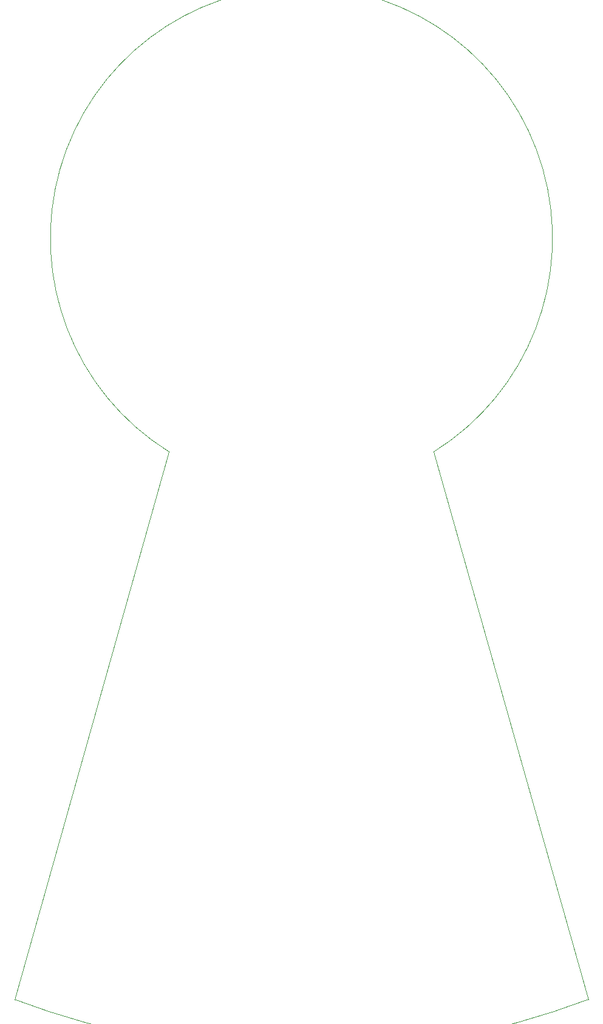
<source format=gbr>
G04 #@! TF.GenerationSoftware,KiCad,Pcbnew,(5.1.6-0)*
G04 #@! TF.CreationDate,2021-01-08T20:23:25+00:00*
G04 #@! TF.ProjectId,XMAS_Star_21,584d4153-5f53-4746-9172-5f32312e6b69,rev?*
G04 #@! TF.SameCoordinates,Original*
G04 #@! TF.FileFunction,Profile,NP*
%FSLAX46Y46*%
G04 Gerber Fmt 4.6, Leading zero omitted, Abs format (unit mm)*
G04 Created by KiCad (PCBNEW (5.1.6-0)) date 2021-01-08 20:23:25*
%MOMM*%
%LPD*%
G01*
G04 APERTURE LIST*
G04 #@! TA.AperFunction,Profile*
%ADD10C,0.050000*%
G04 #@! TD*
G04 APERTURE END LIST*
D10*
X81552745Y-109751701D02*
G75*
G02*
X118449999Y-109749999I18447255J29751701D01*
G01*
X140000000Y-185999999D02*
G75*
G02*
X60000001Y-185999999I-40000000J105999999D01*
G01*
X81552745Y-109751700D02*
X60000001Y-185999999D01*
X118449999Y-109749999D02*
X140000000Y-185999999D01*
M02*

</source>
